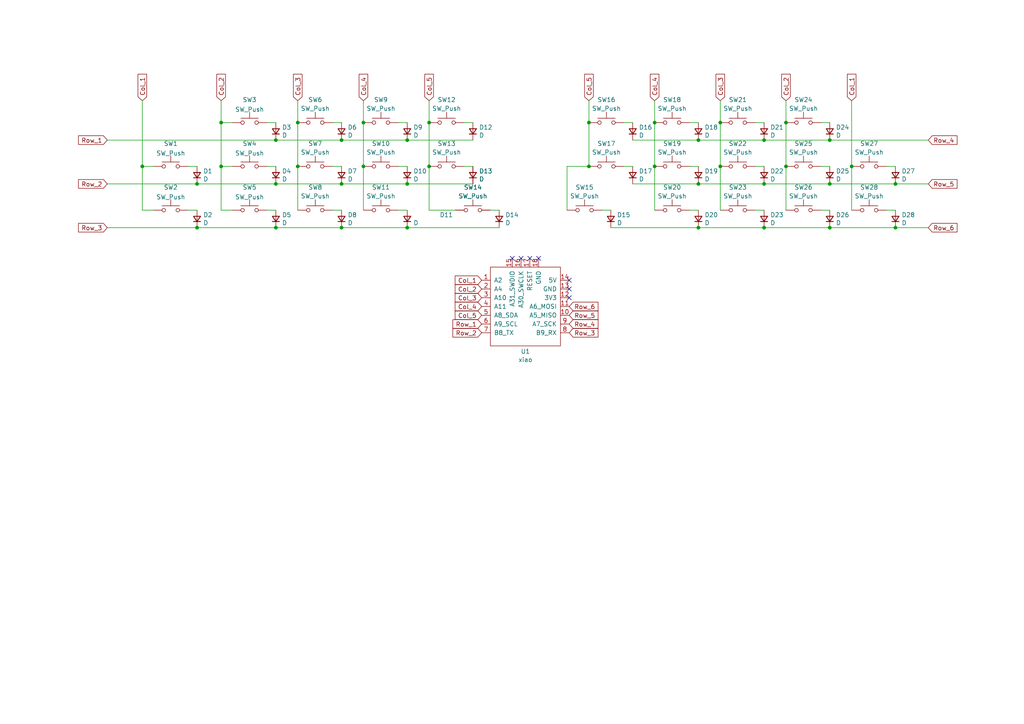
<source format=kicad_sch>
(kicad_sch (version 20230121) (generator eeschema)
  (paper "A4")
  (lib_symbols
    (symbol "Device:D_Small" (pin_numbers hide) (pin_names (offset 0.254) hide)
      (property "Reference" "D" (at -1.27 2.032 0))
      (property "Value" "D_Small" (at -3.81 -2.032 0))
      (symbol "D_Small_0_1"
        (polyline (pts (xy -0.762 -1.016) (xy -0.762 1.016)) (stroke (width 0.254)))
        (polyline (pts (xy -0.762 0) (xy 0.762 0)))
        (polyline (pts (xy 0.762 -1.016) (xy -0.762 0) (xy 0.762 1.016) (xy 0.762 -1.016)) (stroke (width 0.254)))
      )
      (symbol "D_Small_1_1"
        (pin passive line (at -2.54 0 0) (length 1.778) (name "K") (number "1"))
        (pin passive line (at 2.54 0 180) (length 1.778) (name "A") (number "2"))
      )
    )
    (symbol "Switch:SW_Push" (pin_numbers hide) (pin_names (offset 1.016) hide)
      (property "Reference" "SW" (at 1.27 2.54 0))
      (property "Value" "SW_Push" (at 0 -1.524 0))
      (symbol "SW_Push_0_1"
        (circle (center -2.032 0) (radius 0.508))
        (polyline (pts (xy 0 1.27) (xy 0 3.048)))
        (polyline (pts (xy 2.54 1.27) (xy -2.54 1.27)))
        (circle (center 2.032 0) (radius 0.508))
        (pin passive line (at -5.08 0 0) (length 2.54) (name "1") (number "1"))
        (pin passive line (at 5.08 0 180) (length 2.54) (name "2") (number "2"))
      )
    )
    (symbol "mcu:xiao" (pin_names (offset 1.016))
      (property "Reference" "U" (at -10.16 15.24 0))
      (property "Value" "xiao" (at -8.89 12.7 0))
      (symbol "xiao_0_1"
        (rectangle (start -10.16 11.43) (end 10.16 -11.43))
      )
      (symbol "xiao_1_1"
        (pin bidirectional line (at -12.7 7.62 0) (length 2.54) (name "A2") (number "1"))
        (pin bidirectional line (at 12.7 -2.54 180) (length 2.54) (name "A5_MISO") (number "10"))
        (pin bidirectional line (at 12.7 0 180) (length 2.54) (name "A6_MOSI") (number "11"))
        (pin power_out line (at 12.7 2.54 180) (length 2.54) (name "3V3") (number "12"))
        (pin power_out line (at 12.7 5.08 180) (length 2.54) (name "GND") (number "13"))
        (pin power_out line (at 12.7 7.62 180) (length 2.54) (name "5V") (number "14"))
        (pin input line (at -3.81 13.97 270) (length 2.54) (name "A31_SWDIO") (number "15"))
        (pin input line (at -1.27 13.97 270) (length 2.54) (name "A30_SWCLK") (number "16"))
        (pin input line (at 1.27 13.97 270) (length 2.54) (name "RESET") (number "17"))
        (pin power_out line (at 3.81 13.97 270) (length 2.54) (name "GND") (number "18"))
        (pin bidirectional line (at -12.7 5.08 0) (length 2.54) (name "A4") (number "2"))
        (pin bidirectional line (at -12.7 2.54 0) (length 2.54) (name "A10") (number "3"))
        (pin bidirectional line (at -12.7 0 0) (length 2.54) (name "A11") (number "4"))
        (pin bidirectional line (at -12.7 -2.54 0) (length 2.54) (name "A8_SDA") (number "5"))
        (pin bidirectional line (at -12.7 -5.08 0) (length 2.54) (name "A9_SCL") (number "6"))
        (pin bidirectional line (at -12.7 -7.62 0) (length 2.54) (name "B8_TX") (number "7"))
        (pin bidirectional line (at 12.7 -7.62 180) (length 2.54) (name "B9_RX") (number "8"))
        (pin bidirectional line (at 12.7 -5.08 180) (length 2.54) (name "A7_SCK") (number "9"))
      )
    )
  )
  (junction (at 208.915 48.26))
  (junction (at 105.41 48.26))
  (junction (at 64.135 35.56))
  (junction (at 189.865 35.56))
  (junction (at 221.615 66.04))
  (junction (at 80.01 53.34))
  (junction (at 57.15 66.04))
  (junction (at 240.665 66.04))
  (junction (at 221.615 40.64))
  (junction (at 227.965 48.26))
  (junction (at 189.865 48.26))
  (junction (at 202.565 40.64))
  (junction (at 202.565 66.04))
  (junction (at 86.36 48.26))
  (junction (at 118.11 40.64))
  (junction (at 227.965 35.56))
  (junction (at 99.06 53.34))
  (junction (at 124.46 35.56))
  (junction (at 170.815 48.26))
  (junction (at 41.275 48.26))
  (junction (at 240.665 53.34))
  (junction (at 124.46 48.26))
  (junction (at 64.135 48.26))
  (junction (at 99.06 40.64))
  (junction (at 259.715 66.04))
  (junction (at 118.11 66.04))
  (junction (at 57.15 53.34))
  (junction (at 202.565 53.34))
  (junction (at 247.015 48.26))
  (junction (at 86.36 35.56))
  (junction (at 80.01 66.04))
  (junction (at 105.41 35.56))
  (junction (at 208.915 35.56))
  (junction (at 240.665 40.64))
  (junction (at 118.11 53.34))
  (junction (at 80.01 40.64))
  (junction (at 99.06 66.04))
  (junction (at 221.615 53.34))
  (junction (at 259.715 53.34))
  (junction (at 170.815 35.56))
  (no_connect (at 151.13 74.93))
  (no_connect (at 165.1 86.36))
  (no_connect (at 153.67 74.93))
  (no_connect (at 165.1 83.82))
  (no_connect (at 148.59 74.93))
  (no_connect (at 156.21 74.93))
  (no_connect (at 165.1 81.28))
  (wire (pts (xy 227.965 29.21) (xy 227.965 35.56)))
  (wire (pts (xy 86.36 48.26) (xy 86.36 60.96)))
  (wire (pts (xy 142.24 60.96) (xy 144.78 60.96)))
  (wire (pts (xy 99.06 66.04) (xy 118.11 66.04)))
  (wire (pts (xy 238.125 35.56) (xy 240.665 35.56)))
  (wire (pts (xy 86.36 29.21) (xy 86.36 35.56)))
  (wire (pts (xy 64.135 48.26) (xy 67.31 48.26)))
  (wire (pts (xy 208.915 29.21) (xy 208.915 35.56)))
  (wire (pts (xy 105.41 48.26) (xy 105.41 60.96)))
  (wire (pts (xy 96.52 35.56) (xy 99.06 35.56)))
  (wire (pts (xy 64.135 60.96) (xy 67.31 60.96)))
  (wire (pts (xy 208.915 35.56) (xy 208.915 48.26)))
  (wire (pts (xy 96.52 60.96) (xy 99.06 60.96)))
  (wire (pts (xy 31.115 40.64) (xy 80.01 40.64)))
  (wire (pts (xy 54.61 60.96) (xy 57.15 60.96)))
  (wire (pts (xy 189.865 29.21) (xy 189.865 35.56)))
  (wire (pts (xy 80.01 53.34) (xy 99.06 53.34)))
  (wire (pts (xy 257.175 60.96) (xy 259.715 60.96)))
  (wire (pts (xy 99.06 53.34) (xy 118.11 53.34)))
  (wire (pts (xy 180.975 48.26) (xy 183.515 48.26)))
  (wire (pts (xy 240.665 40.64) (xy 269.24 40.64)))
  (wire (pts (xy 115.57 60.96) (xy 118.11 60.96)))
  (wire (pts (xy 41.275 29.21) (xy 41.275 48.26)))
  (wire (pts (xy 80.01 66.04) (xy 99.06 66.04)))
  (wire (pts (xy 118.11 53.34) (xy 137.16 53.34)))
  (wire (pts (xy 180.975 35.56) (xy 183.515 35.56)))
  (wire (pts (xy 174.625 60.96) (xy 177.165 60.96)))
  (wire (pts (xy 183.515 53.34) (xy 202.565 53.34)))
  (wire (pts (xy 200.025 35.56) (xy 202.565 35.56)))
  (wire (pts (xy 238.125 48.26) (xy 240.665 48.26)))
  (wire (pts (xy 96.52 48.26) (xy 99.06 48.26)))
  (wire (pts (xy 64.135 29.21) (xy 64.135 35.56)))
  (wire (pts (xy 41.275 60.96) (xy 44.45 60.96)))
  (wire (pts (xy 177.165 66.04) (xy 202.565 66.04)))
  (wire (pts (xy 247.015 29.21) (xy 247.015 48.26)))
  (wire (pts (xy 77.47 35.56) (xy 80.01 35.56)))
  (wire (pts (xy 240.665 53.34) (xy 259.715 53.34)))
  (wire (pts (xy 183.515 40.64) (xy 202.565 40.64)))
  (wire (pts (xy 77.47 60.96) (xy 80.01 60.96)))
  (wire (pts (xy 77.47 48.26) (xy 80.01 48.26)))
  (wire (pts (xy 259.715 66.04) (xy 269.24 66.04)))
  (wire (pts (xy 238.125 60.96) (xy 240.665 60.96)))
  (wire (pts (xy 221.615 40.64) (xy 240.665 40.64)))
  (wire (pts (xy 202.565 66.04) (xy 221.615 66.04)))
  (wire (pts (xy 124.46 48.26) (xy 124.46 60.96)))
  (wire (pts (xy 219.075 48.26) (xy 221.615 48.26)))
  (wire (pts (xy 134.62 48.26) (xy 137.16 48.26)))
  (wire (pts (xy 189.865 35.56) (xy 189.865 48.26)))
  (wire (pts (xy 31.115 53.34) (xy 57.15 53.34)))
  (wire (pts (xy 54.61 48.26) (xy 57.15 48.26)))
  (wire (pts (xy 64.135 35.56) (xy 64.135 48.26)))
  (wire (pts (xy 170.815 35.56) (xy 170.815 48.26)))
  (wire (pts (xy 247.015 48.26) (xy 247.015 60.96)))
  (wire (pts (xy 41.275 48.26) (xy 44.45 48.26)))
  (wire (pts (xy 259.715 53.34) (xy 269.24 53.34)))
  (wire (pts (xy 99.06 40.64) (xy 118.11 40.64)))
  (wire (pts (xy 115.57 48.26) (xy 118.11 48.26)))
  (wire (pts (xy 86.36 35.56) (xy 86.36 48.26)))
  (wire (pts (xy 240.665 66.04) (xy 259.715 66.04)))
  (wire (pts (xy 124.46 60.96) (xy 132.08 60.96)))
  (wire (pts (xy 134.62 35.56) (xy 137.16 35.56)))
  (wire (pts (xy 118.11 40.64) (xy 137.16 40.64)))
  (wire (pts (xy 221.615 53.34) (xy 240.665 53.34)))
  (wire (pts (xy 202.565 40.64) (xy 221.615 40.64)))
  (wire (pts (xy 64.135 48.26) (xy 64.135 60.96)))
  (wire (pts (xy 64.135 35.56) (xy 67.31 35.56)))
  (wire (pts (xy 170.815 29.21) (xy 170.815 35.56)))
  (wire (pts (xy 164.465 48.26) (xy 170.815 48.26)))
  (wire (pts (xy 118.11 66.04) (xy 144.78 66.04)))
  (wire (pts (xy 189.865 48.26) (xy 189.865 60.96)))
  (wire (pts (xy 105.41 35.56) (xy 105.41 48.26)))
  (wire (pts (xy 200.025 60.96) (xy 202.565 60.96)))
  (wire (pts (xy 257.175 48.26) (xy 259.715 48.26)))
  (wire (pts (xy 57.15 53.34) (xy 80.01 53.34)))
  (wire (pts (xy 115.57 35.56) (xy 118.11 35.56)))
  (wire (pts (xy 31.115 66.04) (xy 57.15 66.04)))
  (wire (pts (xy 80.01 40.64) (xy 99.06 40.64)))
  (wire (pts (xy 219.075 35.56) (xy 221.615 35.56)))
  (wire (pts (xy 202.565 53.34) (xy 221.615 53.34)))
  (wire (pts (xy 41.275 48.26) (xy 41.275 60.96)))
  (wire (pts (xy 124.46 35.56) (xy 124.46 48.26)))
  (wire (pts (xy 105.41 29.21) (xy 105.41 35.56)))
  (wire (pts (xy 227.965 48.26) (xy 227.965 60.96)))
  (wire (pts (xy 208.915 48.26) (xy 208.915 60.96)))
  (wire (pts (xy 219.075 60.96) (xy 221.615 60.96)))
  (wire (pts (xy 57.15 66.04) (xy 80.01 66.04)))
  (wire (pts (xy 227.965 35.56) (xy 227.965 48.26)))
  (wire (pts (xy 164.465 48.26) (xy 164.465 60.96)))
  (wire (pts (xy 200.025 48.26) (xy 202.565 48.26)))
  (wire (pts (xy 124.46 29.21) (xy 124.46 35.56)))
  (wire (pts (xy 221.615 66.04) (xy 240.665 66.04)))
  (global_label "Col_2" (shape input) (at 139.7 83.82 180) (property "Intersheetrefs" "${INTERSHEET_REFS}" (effects hide)))
  (global_label "Col_5" (shape input) (at 139.7 91.44 180) (property "Intersheetrefs" "${INTERSHEET_REFS}" (effects hide)))
  (global_label "Col_3" (shape input) (at 208.915 29.21 90) (property "Intersheetrefs" "${INTERSHEET_REFS}" (effects hide)))
  (global_label "Col_5" (shape input) (at 124.46 29.21 90) (property "Intersheetrefs" "${INTERSHEET_REFS}" (effects hide)))
  (global_label "Col_1" (shape input) (at 247.015 29.21 90) (property "Intersheetrefs" "${INTERSHEET_REFS}" (effects hide)))
  (global_label "Col_1" (shape input) (at 139.7 81.28 180) (property "Intersheetrefs" "${INTERSHEET_REFS}" (effects hide)))
  (global_label "Row_5" (shape input) (at 165.1 91.44 0) (property "Intersheetrefs" "${INTERSHEET_REFS}" (effects hide)))
  (global_label "Row_3" (shape input) (at 31.115 66.04 180) (property "Intersheetrefs" "${INTERSHEET_REFS}" (effects hide)))
  (global_label "Row_1" (shape input) (at 139.7 93.98 180) (property "Intersheetrefs" "${INTERSHEET_REFS}" (effects hide)))
  (global_label "Row_6" (shape input) (at 165.1 88.9 0) (property "Intersheetrefs" "${INTERSHEET_REFS}" (effects hide)))
  (global_label "Row_2" (shape input) (at 139.7 96.52 180) (property "Intersheetrefs" "${INTERSHEET_REFS}" (effects hide)))
  (global_label "Row_5" (shape input) (at 269.24 53.34 0) (property "Intersheetrefs" "${INTERSHEET_REFS}" (effects hide)))
  (global_label "Col_4" (shape input) (at 139.7 88.9 180) (property "Intersheetrefs" "${INTERSHEET_REFS}" (effects hide)))
  (global_label "Row_6" (shape input) (at 269.24 66.04 0) (property "Intersheetrefs" "${INTERSHEET_REFS}" (effects hide)))
  (global_label "Col_4" (shape input) (at 105.41 29.21 90) (property "Intersheetrefs" "${INTERSHEET_REFS}" (effects hide)))
  (global_label "Col_1" (shape input) (at 41.275 29.21 90) (property "Intersheetrefs" "${INTERSHEET_REFS}" (effects hide)))
  (global_label "Row_2" (shape input) (at 31.115 53.34 180) (property "Intersheetrefs" "${INTERSHEET_REFS}" (effects hide)))
  (global_label "Row_1" (shape input) (at 31.115 40.64 180) (property "Intersheetrefs" "${INTERSHEET_REFS}" (effects hide)))
  (global_label "Col_4" (shape input) (at 189.865 29.21 90) (property "Intersheetrefs" "${INTERSHEET_REFS}" (effects hide)))
  (global_label "Col_2" (shape input) (at 227.965 29.21 90) (property "Intersheetrefs" "${INTERSHEET_REFS}" (effects hide)))
  (global_label "Row_3" (shape input) (at 165.1 96.52 0) (property "Intersheetrefs" "${INTERSHEET_REFS}" (effects hide)))
  (global_label "Col_2" (shape input) (at 64.135 29.21 90) (property "Intersheetrefs" "${INTERSHEET_REFS}" (effects hide)))
  (global_label "Row_4" (shape input) (at 269.24 40.64 0) (property "Intersheetrefs" "${INTERSHEET_REFS}" (effects hide)))
  (global_label "Col_5" (shape input) (at 170.815 29.21 90) (property "Intersheetrefs" "${INTERSHEET_REFS}" (effects hide)))
  (global_label "Col_3" (shape input) (at 86.36 29.21 90) (property "Intersheetrefs" "${INTERSHEET_REFS}" (effects hide)))
  (global_label "Row_4" (shape input) (at 165.1 93.98 0) (property "Intersheetrefs" "${INTERSHEET_REFS}" (effects hide)))
  (global_label "Col_3" (shape input) (at 139.7 86.36 180) (property "Intersheetrefs" "${INTERSHEET_REFS}" (effects hide)))
  (symbol (lib_id "Device:D_Small") (at 137.16 50.8 90) (unit 1)
    (property "Reference" "D13" (at 138.938 49.6316 90) (effects (justify right)))
    (property "Value" "D" (at 138.938 51.943 90) (effects (justify right)))
    (property "Footprint" "weteor:D_SOD-123" (effects hide))
    (property "Sim.Device" "D" (effects hide))
    (property "Sim.Pins" "1=K 2=A" (effects hide))
  )
  (symbol (lib_id "Device:D_Small") (at 259.715 63.5 90) (unit 1)
    (property "Reference" "D28" (at 261.493 62.3316 90) (effects (justify right)))
    (property "Value" "D" (at 261.493 64.643 90) (effects (justify right)))
    (property "Footprint" "weteor:D_SOD-123" (effects hide))
    (property "Sim.Device" "D" (effects hide))
    (property "Sim.Pins" "1=K 2=A" (effects hide))
  )
  (symbol (lib_id "Device:D_Small") (at 259.715 50.8 90) (unit 1)
    (property "Reference" "D27" (at 261.493 49.6316 90) (effects (justify right)))
    (property "Value" "D" (at 261.493 51.943 90) (effects (justify right)))
    (property "Footprint" "weteor:D_SOD-123" (effects hide))
    (property "Sim.Device" "D" (effects hide))
    (property "Sim.Pins" "1=K 2=A" (effects hide))
  )
  (symbol (lib_id "Switch:SW_Push") (at 194.945 60.96 0) (unit 1)
    (property "Reference" "SW20" (at 194.945 54.3392 0))
    (property "Value" "SW_Push" (at 194.945 56.8761 0))
    (property "Footprint" "weteor:CherryMX_Hotswap" (effects hide))
  )
  (symbol (lib_id "Device:D_Small") (at 118.11 63.5 90) (unit 1)
    (property "Reference" "D11" (at 127.508 62.3316 90) (effects (justify right)))
    (property "Value" "D" (at 119.888 64.643 90) (effects (justify right)))
    (property "Footprint" "weteor:D_SOD-123" (effects hide))
    (property "Sim.Device" "D" (effects hide))
    (property "Sim.Pins" "1=K 2=A" (effects hide))
  )
  (symbol (lib_id "Device:D_Small") (at 202.565 63.5 90) (unit 1)
    (property "Reference" "D20" (at 204.343 62.3316 90) (effects (justify right)))
    (property "Value" "D" (at 204.343 64.643 90) (effects (justify right)))
    (property "Footprint" "weteor:D_SOD-123" (effects hide))
    (property "Sim.Device" "D" (effects hide))
    (property "Sim.Pins" "1=K 2=A" (effects hide))
  )
  (symbol (lib_id "Switch:SW_Push") (at 72.39 60.96 0) (unit 1)
    (property "Reference" "SW5" (at 72.39 54.3392 0))
    (property "Value" "SW_Push" (at 72.39 57.15 0))
    (property "Footprint" "weteor:CherryMX_Hotswap" (effects hide))
  )
  (symbol (lib_id "Switch:SW_Push") (at 49.53 48.26 0) (unit 1)
    (property "Reference" "SW1" (at 49.53 41.6392 0))
    (property "Value" "SW_Push" (at 49.53 44.45 0))
    (property "Footprint" "weteor:CherryMX_Hotswap" (effects hide))
  )
  (symbol (lib_id "Device:D_Small") (at 80.01 50.8 90) (unit 1)
    (property "Reference" "D4" (at 81.788 49.6316 90) (effects (justify right)))
    (property "Value" "D" (at 81.788 51.943 90) (effects (justify right)))
    (property "Footprint" "weteor:D_SOD-123" (effects hide))
    (property "Sim.Device" "D" (effects hide))
    (property "Sim.Pins" "1=K 2=A" (effects hide))
  )
  (symbol (lib_id "Switch:SW_Push") (at 110.49 48.26 0) (unit 1)
    (property "Reference" "SW10" (at 110.49 41.6392 0))
    (property "Value" "SW_Push" (at 110.49 44.1761 0))
    (property "Footprint" "weteor:CherryMX_Hotswap" (effects hide))
  )
  (symbol (lib_id "Device:D_Small") (at 240.665 38.1 90) (unit 1)
    (property "Reference" "D24" (at 242.443 36.9316 90) (effects (justify right)))
    (property "Value" "D" (at 242.443 39.243 90) (effects (justify right)))
    (property "Footprint" "weteor:D_SOD-123" (effects hide))
    (property "Sim.Device" "D" (effects hide))
    (property "Sim.Pins" "1=K 2=A" (effects hide))
  )
  (symbol (lib_id "Device:D_Small") (at 177.165 63.5 90) (unit 1)
    (property "Reference" "D15" (at 178.943 62.3316 90) (effects (justify right)))
    (property "Value" "D" (at 178.943 64.643 90) (effects (justify right)))
    (property "Footprint" "weteor:D_SOD-123" (effects hide))
    (property "Sim.Device" "D" (effects hide))
    (property "Sim.Pins" "1=K 2=A" (effects hide))
  )
  (symbol (lib_id "Device:D_Small") (at 137.16 38.1 90) (unit 1)
    (property "Reference" "D12" (at 138.938 36.9316 90) (effects (justify right)))
    (property "Value" "D" (at 138.938 39.243 90) (effects (justify right)))
    (property "Footprint" "weteor:D_SOD-123" (effects hide))
    (property "Sim.Device" "D" (effects hide))
    (property "Sim.Pins" "1=K 2=A" (effects hide))
  )
  (symbol (lib_id "Switch:SW_Push") (at 213.995 35.56 0) (unit 1)
    (property "Reference" "SW21" (at 213.995 28.9392 0))
    (property "Value" "SW_Push" (at 213.995 31.4761 0))
    (property "Footprint" "weteor:CherryMX_Hotswap" (effects hide))
  )
  (symbol (lib_id "Device:D_Small") (at 57.15 63.5 90) (unit 1)
    (property "Reference" "D2" (at 58.928 62.3316 90) (effects (justify right)))
    (property "Value" "D" (at 58.928 64.643 90) (effects (justify right)))
    (property "Footprint" "weteor:D_SOD-123" (effects hide))
    (property "Sim.Device" "D" (effects hide))
    (property "Sim.Pins" "1=K 2=A" (effects hide))
  )
  (symbol (lib_id "Device:D_Small") (at 57.15 50.8 90) (unit 1)
    (property "Reference" "D1" (at 58.928 49.6316 90) (effects (justify right)))
    (property "Value" "D" (at 58.928 51.943 90) (effects (justify right)))
    (property "Footprint" "weteor:D_SOD-123" (effects hide))
    (property "Sim.Device" "D" (effects hide))
    (property "Sim.Pins" "1=K 2=A" (effects hide))
  )
  (symbol (lib_id "Device:D_Small") (at 240.665 50.8 90) (unit 1)
    (property "Reference" "D25" (at 242.443 49.6316 90) (effects (justify right)))
    (property "Value" "D" (at 242.443 51.943 90) (effects (justify right)))
    (property "Footprint" "weteor:D_SOD-123" (effects hide))
    (property "Sim.Device" "D" (effects hide))
    (property "Sim.Pins" "1=K 2=A" (effects hide))
  )
  (symbol (lib_id "Device:D_Small") (at 99.06 63.5 90) (unit 1)
    (property "Reference" "D8" (at 100.838 62.3316 90) (effects (justify right)))
    (property "Value" "D" (at 100.838 64.643 90) (effects (justify right)))
    (property "Footprint" "weteor:D_SOD-123" (effects hide))
    (property "Sim.Device" "D" (effects hide))
    (property "Sim.Pins" "1=K 2=A" (effects hide))
  )
  (symbol (lib_id "Switch:SW_Push") (at 233.045 60.96 0) (unit 1)
    (property "Reference" "SW26" (at 233.045 54.3392 0))
    (property "Value" "SW_Push" (at 233.045 56.8761 0))
    (property "Footprint" "weteor:CherryMX_Hotswap" (effects hide))
  )
  (symbol (lib_id "Switch:SW_Push") (at 233.045 48.26 0) (unit 1)
    (property "Reference" "SW25" (at 233.045 41.6392 0))
    (property "Value" "SW_Push" (at 233.045 44.1761 0))
    (property "Footprint" "weteor:CherryMX_Hotswap" (effects hide))
  )
  (symbol (lib_id "Device:D_Small") (at 202.565 38.1 90) (unit 1)
    (property "Reference" "D18" (at 204.343 36.9316 90) (effects (justify right)))
    (property "Value" "D" (at 204.343 39.243 90) (effects (justify right)))
    (property "Footprint" "weteor:D_SOD-123" (effects hide))
    (property "Sim.Device" "D" (effects hide))
    (property "Sim.Pins" "1=K 2=A" (effects hide))
  )
  (symbol (lib_id "Switch:SW_Push") (at 252.095 48.26 0) (unit 1)
    (property "Reference" "SW27" (at 252.095 41.6392 0))
    (property "Value" "SW_Push" (at 252.095 44.1761 0))
    (property "Footprint" "weteor:CherryMX_Hotswap" (effects hide))
  )
  (symbol (lib_id "Switch:SW_Push") (at 233.045 35.56 0) (unit 1)
    (property "Reference" "SW24" (at 233.045 28.9392 0))
    (property "Value" "SW_Push" (at 233.045 31.4761 0))
    (property "Footprint" "weteor:CherryMX_Hotswap" (effects hide))
  )
  (symbol (lib_id "Device:D_Small") (at 221.615 63.5 90) (unit 1)
    (property "Reference" "D23" (at 223.393 62.3316 90) (effects (justify right)))
    (property "Value" "D" (at 223.393 64.643 90) (effects (justify right)))
    (property "Footprint" "weteor:D_SOD-123" (effects hide))
    (property "Sim.Device" "D" (effects hide))
    (property "Sim.Pins" "1=K 2=A" (effects hide))
  )
  (symbol (lib_id "Device:D_Small") (at 80.01 63.5 90) (unit 1)
    (property "Reference" "D5" (at 81.788 62.3316 90) (effects (justify right)))
    (property "Value" "D" (at 81.788 64.643 90) (effects (justify right)))
    (property "Footprint" "weteor:D_SOD-123" (effects hide))
    (property "Sim.Device" "D" (effects hide))
    (property "Sim.Pins" "1=K 2=A" (effects hide))
  )
  (symbol (lib_id "Device:D_Small") (at 118.11 50.8 90) (unit 1)
    (property "Reference" "D10" (at 119.888 49.6316 90) (effects (justify right)))
    (property "Value" "D" (at 119.888 51.943 90) (effects (justify right)))
    (property "Footprint" "weteor:D_SOD-123" (effects hide))
    (property "Sim.Device" "D" (effects hide))
    (property "Sim.Pins" "1=K 2=A" (effects hide))
  )
  (symbol (lib_id "Device:D_Small") (at 144.78 63.5 90) (unit 1)
    (property "Reference" "D14" (at 146.558 62.3316 90) (effects (justify right)))
    (property "Value" "D" (at 146.558 64.643 90) (effects (justify right)))
    (property "Footprint" "weteor:D_SOD-123" (effects hide))
    (property "Sim.Device" "D" (effects hide))
    (property "Sim.Pins" "1=K 2=A" (effects hide))
  )
  (symbol (lib_id "Switch:SW_Push") (at 110.49 35.56 0) (unit 1)
    (property "Reference" "SW9" (at 110.49 28.9392 0))
    (property "Value" "SW_Push" (at 110.49 31.4761 0))
    (property "Footprint" "weteor:CherryMX_Hotswap" (effects hide))
  )
  (symbol (lib_id "Switch:SW_Push") (at 213.995 60.96 0) (unit 1)
    (property "Reference" "SW23" (at 213.995 54.3392 0))
    (property "Value" "SW_Push" (at 213.995 56.8761 0))
    (property "Footprint" "weteor:CherryMX_Hotswap" (effects hide))
  )
  (symbol (lib_id "Device:D_Small") (at 80.01 38.1 90) (unit 1)
    (property "Reference" "D3" (at 81.788 36.9316 90) (effects (justify right)))
    (property "Value" "D" (at 81.788 39.243 90) (effects (justify right)))
    (property "Footprint" "weteor:D_SOD-123" (effects hide))
    (property "Sim.Device" "D" (effects hide))
    (property "Sim.Pins" "1=K 2=A" (effects hide))
  )
  (symbol (lib_id "Switch:SW_Push") (at 169.545 60.96 0) (unit 1)
    (property "Reference" "SW15" (at 169.545 54.3392 0))
    (property "Value" "SW_Push" (at 169.545 56.8761 0))
    (property "Footprint" "weteor:CherryMX_Hotswap" (effects hide))
  )
  (symbol (lib_id "Switch:SW_Push") (at 137.16 60.96 0) (unit 1)
    (property "Reference" "SW14" (at 137.16 54.3392 0))
    (property "Value" "SW_Push" (at 137.16 56.8761 0))
    (property "Footprint" "weteor:CherryMX_Hotswap" (effects hide))
  )
  (symbol (lib_id "Switch:SW_Push") (at 194.945 48.26 0) (unit 1)
    (property "Reference" "SW19" (at 194.945 41.6392 0))
    (property "Value" "SW_Push" (at 194.945 44.1761 0))
    (property "Footprint" "weteor:CherryMX_Hotswap" (effects hide))
  )
  (symbol (lib_id "Switch:SW_Push") (at 129.54 48.26 0) (unit 1)
    (property "Reference" "SW13" (at 129.54 41.6392 0))
    (property "Value" "SW_Push" (at 129.54 44.1761 0))
    (property "Footprint" "weteor:CherryMX_Hotswap" (effects hide))
  )
  (symbol (lib_id "Switch:SW_Push") (at 194.945 35.56 0) (unit 1)
    (property "Reference" "SW18" (at 194.945 28.9392 0))
    (property "Value" "SW_Push" (at 194.945 31.4761 0))
    (property "Footprint" "weteor:CherryMX_Hotswap" (effects hide))
  )
  (symbol (lib_id "Switch:SW_Push") (at 110.49 60.96 0) (unit 1)
    (property "Reference" "SW11" (at 110.49 54.3392 0))
    (property "Value" "SW_Push" (at 110.49 56.8761 0))
    (property "Footprint" "weteor:CherryMX_Hotswap" (effects hide))
  )
  (symbol (lib_id "Switch:SW_Push") (at 175.895 35.56 0) (unit 1)
    (property "Reference" "SW16" (at 175.895 28.9392 0))
    (property "Value" "SW_Push" (at 175.895 31.4761 0))
    (property "Footprint" "weteor:CherryMX_Hotswap" (effects hide))
  )
  (symbol (lib_id "Switch:SW_Push") (at 252.095 60.96 0) (unit 1)
    (property "Reference" "SW28" (at 252.095 54.3392 0))
    (property "Value" "SW_Push" (at 252.095 56.8761 0))
    (property "Footprint" "weteor:CherryMX_Hotswap" (effects hide))
  )
  (symbol (lib_id "Switch:SW_Push") (at 175.895 48.26 0) (unit 1)
    (property "Reference" "SW17" (at 175.895 41.6392 0))
    (property "Value" "SW_Push" (at 175.895 44.1761 0))
    (property "Footprint" "weteor:CherryMX_Hotswap" (effects hide))
  )
  (symbol (lib_id "Switch:SW_Push") (at 91.44 60.96 0) (unit 1)
    (property "Reference" "SW8" (at 91.44 54.3392 0))
    (property "Value" "SW_Push" (at 91.44 56.8761 0))
    (property "Footprint" "weteor:CherryMX_Hotswap" (effects hide))
  )
  (symbol (lib_id "Device:D_Small") (at 99.06 50.8 90) (unit 1)
    (property "Reference" "D7" (at 100.838 49.6316 90) (effects (justify right)))
    (property "Value" "D" (at 100.838 51.943 90) (effects (justify right)))
    (property "Footprint" "weteor:D_SOD-123" (effects hide))
    (property "Sim.Device" "D" (effects hide))
    (property "Sim.Pins" "1=K 2=A" (effects hide))
  )
  (symbol (lib_id "Device:D_Small") (at 221.615 38.1 90) (unit 1)
    (property "Reference" "D21" (at 223.393 36.9316 90) (effects (justify right)))
    (property "Value" "D" (at 223.393 39.243 90) (effects (justify right)))
    (property "Footprint" "weteor:D_SOD-123" (effects hide))
    (property "Sim.Device" "D" (effects hide))
    (property "Sim.Pins" "1=K 2=A" (effects hide))
  )
  (symbol (lib_id "Switch:SW_Push") (at 91.44 48.26 0) (unit 1)
    (property "Reference" "SW7" (at 91.44 41.6392 0))
    (property "Value" "SW_Push" (at 91.44 44.1761 0))
    (property "Footprint" "weteor:CherryMX_Hotswap" (effects hide))
  )
  (symbol (lib_id "Device:D_Small") (at 183.515 38.1 90) (unit 1)
    (property "Reference" "D16" (at 185.293 36.9316 90) (effects (justify right)))
    (property "Value" "D" (at 185.293 39.243 90) (effects (justify right)))
    (property "Footprint" "weteor:D_SOD-123" (effects hide))
    (property "Sim.Device" "D" (effects hide))
    (property "Sim.Pins" "1=K 2=A" (effects hide))
  )
  (symbol (lib_id "Device:D_Small") (at 183.515 50.8 90) (unit 1)
    (property "Reference" "D17" (at 185.293 49.6316 90) (effects (justify right)))
    (property "Value" "D" (at 185.293 51.943 90) (effects (justify right)))
    (property "Footprint" "weteor:D_SOD-123" (effects hide))
    (property "Sim.Device" "D" (effects hide))
    (property "Sim.Pins" "1=K 2=A" (effects hide))
  )
  (symbol (lib_id "Device:D_Small") (at 99.06 38.1 90) (unit 1)
    (property "Reference" "D6" (at 100.838 36.9316 90) (effects (justify right)))
    (property "Value" "D" (at 100.838 39.243 90) (effects (justify right)))
    (property "Footprint" "weteor:D_SOD-123" (effects hide))
    (property "Sim.Device" "D" (effects hide))
    (property "Sim.Pins" "1=K 2=A" (effects hide))
  )
  (symbol (lib_id "Switch:SW_Push") (at 72.39 48.26 0) (unit 1)
    (property "Reference" "SW4" (at 72.39 41.6392 0))
    (property "Value" "SW_Push" (at 72.39 44.45 0))
    (property "Footprint" "weteor:CherryMX_Hotswap" (effects hide))
  )
  (symbol (lib_id "Device:D_Small") (at 221.615 50.8 90) (unit 1)
    (property "Reference" "D22" (at 223.393 49.6316 90) (effects (justify right)))
    (property "Value" "D" (at 223.393 51.943 90) (effects (justify right)))
    (property "Footprint" "weteor:D_SOD-123" (effects hide))
    (property "Sim.Device" "D" (effects hide))
    (property "Sim.Pins" "1=K 2=A" (effects hide))
  )
  (symbol (lib_id "Switch:SW_Push") (at 72.39 35.56 0) (unit 1)
    (property "Reference" "SW3" (at 72.39 28.9392 0))
    (property "Value" "SW_Push" (at 72.39 31.75 0))
    (property "Footprint" "weteor:CherryMX_Hotswap" (effects hide))
  )
  (symbol (lib_id "Switch:SW_Push") (at 129.54 35.56 0) (unit 1)
    (property "Reference" "SW12" (at 129.54 28.9392 0))
    (property "Value" "SW_Push" (at 129.54 31.4761 0))
    (property "Footprint" "weteor:CherryMX_Hotswap" (effects hide))
  )
  (symbol (lib_id "Switch:SW_Push") (at 91.44 35.56 0) (unit 1)
    (property "Reference" "SW6" (at 91.44 28.9392 0))
    (property "Value" "SW_Push" (at 91.44 31.4761 0))
    (property "Footprint" "weteor:CherryMX_Hotswap" (effects hide))
  )
  (symbol (lib_id "Device:D_Small") (at 240.665 63.5 90) (unit 1)
    (property "Reference" "D26" (at 242.443 62.3316 90) (effects (justify right)))
    (property "Value" "D" (at 242.443 64.643 90) (effects (justify right)))
    (property "Footprint" "weteor:D_SOD-123" (effects hide))
    (property "Sim.Device" "D" (effects hide))
    (property "Sim.Pins" "1=K 2=A" (effects hide))
  )
  (symbol (lib_id "Switch:SW_Push") (at 213.995 48.26 0) (unit 1)
    (property "Reference" "SW22" (at 213.995 41.6392 0))
    (property "Value" "SW_Push" (at 213.995 44.1761 0))
    (property "Footprint" "weteor:CherryMX_Hotswap" (effects hide))
  )
  (symbol (lib_id "Switch:SW_Push") (at 49.53 60.96 0) (unit 1)
    (property "Reference" "SW2" (at 49.53 54.3392 0))
    (property "Value" "SW_Push" (at 49.53 57.15 0))
    (property "Footprint" "weteor:CherryMX_Hotswap" (effects hide))
  )
  (symbol (lib_id "mcu:xiao") (at 152.4 88.9 0) (unit 1)
    (property "Reference" "U1" (at 152.4 101.9231 0))
    (property "Value" "xiao" (at 152.4 104.3473 0))
    (property "Footprint" "mcu:xiao-smd" (effects hide))
  )
  (symbol (lib_id "Device:D_Small") (at 202.565 50.8 90) (unit 1)
    (property "Reference" "D19" (at 204.343 49.6316 90) (effects (justify right)))
    (property "Value" "D" (at 204.343 51.943 90) (effects (justify right)))
    (property "Footprint" "weteor:D_SOD-123" (effects hide))
    (property "Sim.Device" "D" (effects hide))
    (property "Sim.Pins" "1=K 2=A" (effects hide))
  )
  (symbol (lib_id "Device:D_Small") (at 118.11 38.1 90) (unit 1)
    (property "Reference" "D9" (at 119.888 36.9316 90) (effects (justify right)))
    (property "Value" "D" (at 119.888 39.243 90) (effects (justify right)))
    (property "Footprint" "weteor:D_SOD-123" (effects hide))
    (property "Sim.Device" "D" (effects hide))
    (property "Sim.Pins" "1=K 2=A" (effects hide))
  )
)
</source>
